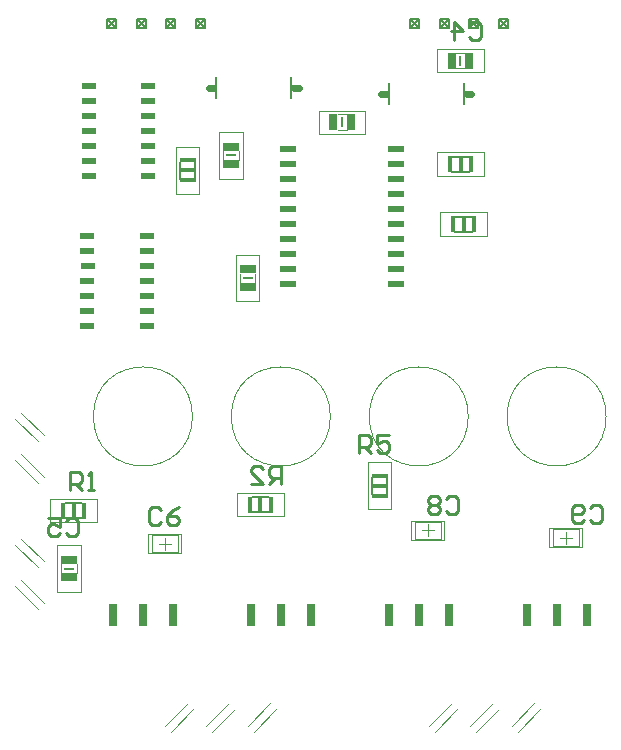
<source format=gbo>
%FSLAX24Y24*%
%MOIN*%
G70*
G01*
G75*
G04 Layer_Color=32896*
%ADD10R,0.0630X0.0520*%
%ADD11R,0.0600X0.0520*%
%ADD12R,0.0800X0.0260*%
%ADD13R,0.0520X0.0630*%
%ADD14R,0.0520X0.0600*%
%ADD15C,0.0350*%
%ADD16C,0.0600*%
%ADD17C,0.0700*%
%ADD18R,0.0079X0.0318*%
%ADD19R,0.0476X0.0159*%
%ADD20R,0.0318X0.0079*%
%ADD21R,0.0159X0.0476*%
%ADD22R,0.0079X0.0318*%
%ADD23C,0.0000*%
%ADD24C,0.0039*%
%ADD25C,0.0040*%
%ADD26C,0.0060*%
%ADD27C,0.0240*%
%ADD28R,0.0295X0.0575*%
%ADD29R,0.0300X0.0575*%
%ADD30R,0.0560X0.0140*%
%ADD31R,0.0575X0.0295*%
%ADD32R,0.0575X0.0300*%
%ADD33R,0.0300X0.0750*%
%ADD34R,0.0140X0.0560*%
%ADD35R,0.0580X0.0200*%
%ADD36R,0.0100X0.0240*%
%ADD37R,0.0450X0.0200*%
%ADD38C,0.0020*%
%ADD39R,0.1500X0.1500*%
%ADD40O,0.0600X0.1200*%
%ADD41C,0.0670*%
%ADD42O,0.0660X0.1320*%
%ADD43C,0.1300*%
G04:AMPARAMS|DCode=44|XSize=48mil|YSize=48mil|CornerRadius=0mil|HoleSize=0mil|Usage=FLASHONLY|Rotation=180.000|XOffset=0mil|YOffset=0mil|HoleType=Round|Shape=Octagon|*
%AMOCTAGOND44*
4,1,8,-0.0240,0.0120,-0.0240,-0.0120,-0.0120,-0.0240,0.0120,-0.0240,0.0240,-0.0120,0.0240,0.0120,0.0120,0.0240,-0.0120,0.0240,-0.0240,0.0120,0.0*
%
%ADD44OCTAGOND44*%

%ADD45C,0.0500*%
%ADD46R,0.0433X0.0551*%
%ADD47C,0.0650*%
%ADD48C,0.0100*%
%ADD49C,0.0034*%
%ADD50R,0.0300X0.0250*%
%ADD51R,0.0500X0.1100*%
%ADD52R,0.0050X0.0200*%
%ADD53R,0.0710X0.0600*%
%ADD54R,0.0680X0.0600*%
%ADD55R,0.0880X0.0340*%
%ADD56R,0.0600X0.0710*%
%ADD57R,0.0600X0.0680*%
%ADD58R,0.1580X0.1580*%
%ADD59O,0.0680X0.1280*%
%ADD60C,0.0750*%
%ADD61O,0.0740X0.1400*%
%ADD62C,0.1380*%
G04:AMPARAMS|DCode=63|XSize=56mil|YSize=56mil|CornerRadius=0mil|HoleSize=0mil|Usage=FLASHONLY|Rotation=180.000|XOffset=0mil|YOffset=0mil|HoleType=Round|Shape=Octagon|*
%AMOCTAGOND63*
4,1,8,-0.0280,0.0140,-0.0280,-0.0140,-0.0140,-0.0280,0.0140,-0.0280,0.0280,-0.0140,0.0280,0.0140,0.0140,0.0280,-0.0140,0.0280,-0.0280,0.0140,0.0*
%
%ADD63OCTAGOND63*%

%ADD64C,0.0580*%
%ADD65R,0.0513X0.0631*%
D18*
X16235Y24099D02*
D03*
D19*
X7152Y20449D02*
D03*
X13548Y9929D02*
D03*
D20*
X8601Y20940D02*
D03*
X3201Y7160D02*
D03*
X9149Y16850D02*
D03*
D21*
X9579Y9302D02*
D03*
X3349Y9102D02*
D03*
X16351Y18652D02*
D03*
X16251Y20652D02*
D03*
D22*
X12300Y22049D02*
D03*
D23*
X21100Y12239D02*
G03*
X21100Y12239I-1650J0D01*
G01*
X16504D02*
G03*
X16504Y12239I-1650J0D01*
G01*
X11907D02*
G03*
X11907Y12239I-1650J0D01*
G01*
X7311D02*
G03*
X7311Y12239I-1650J0D01*
G01*
X21100D02*
G03*
X21100Y12239I-1650J0D01*
G01*
X16504D02*
G03*
X16504Y12239I-1650J0D01*
G01*
X11907D02*
G03*
X11907Y12239I-1650J0D01*
G01*
X7311D02*
G03*
X7311Y12239I-1650J0D01*
G01*
D24*
X6828Y7715D02*
Y8285D01*
X5962Y7715D02*
Y8285D01*
X6828D01*
X5962Y7715D02*
X6828D01*
X14717Y8165D02*
Y8735D01*
X15583Y8165D02*
Y8735D01*
X14717Y8165D02*
X15583D01*
X14717Y8735D02*
X15583D01*
X19317Y7915D02*
Y8485D01*
X20183Y7915D02*
Y8485D01*
X19317Y7915D02*
X20183D01*
X19317Y8485D02*
X20183D01*
X6946Y7685D02*
Y8315D01*
X5844Y7685D02*
Y8315D01*
X6946D01*
X5844Y7685D02*
X6946D01*
X6198Y8000D02*
X6592D01*
X6395Y7803D02*
Y8197D01*
X14599Y8135D02*
Y8765D01*
X15701Y8135D02*
Y8765D01*
X14599Y8135D02*
X15701D01*
X14599Y8765D02*
X15701D01*
X14953Y8450D02*
X15347D01*
X15150Y8253D02*
Y8647D01*
X19199Y7885D02*
Y8515D01*
X20301Y7885D02*
Y8515D01*
X19199Y7885D02*
X20301D01*
X19199Y8515D02*
X20301D01*
X19553Y8200D02*
X19947D01*
X19750Y8003D02*
Y8397D01*
D25*
X16085Y23840D02*
X16385D01*
X16094Y24360D02*
X16385D01*
X8860Y20790D02*
Y21090D01*
X8340Y20790D02*
Y21080D01*
X1410Y6591D02*
X2169Y5836D01*
X1610Y6783D02*
X2364Y6031D01*
X1410Y7970D02*
X2169Y7220D01*
X1610Y8170D02*
X2364Y7410D01*
X1410Y10791D02*
X2169Y10036D01*
X1610Y10983D02*
X2364Y10231D01*
X1410Y12170D02*
X2169Y11420D01*
X1610Y12370D02*
X2364Y11610D01*
X15197Y1931D02*
X15952Y2690D01*
X15392Y1736D02*
X16144Y2490D01*
X16575Y1931D02*
X17330Y2690D01*
X16770Y1736D02*
X17530Y2490D01*
X17960Y1931D02*
X18710Y2690D01*
X18150Y1736D02*
X18910Y2490D01*
X6397Y1931D02*
X7152Y2690D01*
X6592Y1736D02*
X7344Y2490D01*
X7775Y1931D02*
X8530Y2690D01*
X7970Y1736D02*
X8730Y2490D01*
X9160Y1931D02*
X9910Y2690D01*
X9350Y1736D02*
X10110Y2490D01*
X3460Y7010D02*
Y7310D01*
X2940Y7020D02*
Y7310D01*
X8890Y16700D02*
Y17000D01*
X9410Y16710D02*
Y17000D01*
X12150Y21790D02*
X12450D01*
X12150Y22310D02*
X12440D01*
D26*
X6441Y25500D02*
X6741D01*
X6441Y25200D02*
Y25500D01*
Y25200D02*
X6741D01*
Y25500D01*
X6441D02*
X6741Y25200D01*
X6441D02*
X6741Y25500D01*
X7431Y25200D02*
Y25500D01*
Y25200D02*
X7732D01*
Y25500D01*
X7431D02*
X7732D01*
X7431Y25200D02*
X7732Y25500D01*
X7431D02*
X7732Y25200D01*
X4778D02*
Y25500D01*
X4478Y25200D02*
X4778D01*
X4478D02*
Y25500D01*
X4778Y25200D01*
X4478D02*
X4778Y25500D01*
X4478D02*
X4778D01*
X5758Y25200D02*
Y25500D01*
X5458Y25200D02*
X5758D01*
X5458D02*
Y25500D01*
X5758Y25200D01*
X5458D02*
X5758Y25500D01*
X5458D02*
X5758D01*
X7400Y20170D02*
Y20730D01*
X6900Y20170D02*
Y20730D01*
X16533Y25500D02*
X16833D01*
X16533Y25200D02*
Y25500D01*
Y25200D02*
X16833D01*
Y25500D01*
X16533D02*
X16833Y25200D01*
X16533D02*
X16833Y25500D01*
X17524Y25200D02*
Y25500D01*
Y25200D02*
X17824D01*
Y25500D01*
X17524D02*
X17824D01*
X17524Y25200D02*
X17824Y25500D01*
X17524D02*
X17824Y25200D01*
X14870D02*
Y25500D01*
X14570Y25200D02*
X14870D01*
X14570D02*
Y25500D01*
X14870Y25200D01*
X14570D02*
X14870Y25500D01*
X14570D02*
X14870D01*
X15850Y25200D02*
Y25500D01*
X15550Y25200D02*
X15850D01*
X15550D02*
Y25500D01*
X15850Y25200D01*
X15550D02*
X15850Y25500D01*
X15550D02*
X15850D01*
X9300Y9550D02*
X9860D01*
X9300Y9050D02*
X9860D01*
X3070Y9350D02*
X3630D01*
X3070Y8850D02*
X3630D01*
X13300Y9650D02*
Y10210D01*
X13800Y9650D02*
Y10210D01*
X16070Y18900D02*
X16630D01*
X16070Y18400D02*
X16630D01*
X15970Y20900D02*
X16530D01*
X15970Y20400D02*
X16530D01*
X16350Y22650D02*
Y23350D01*
X13850Y22650D02*
Y23350D01*
X10600Y22850D02*
Y23550D01*
X8100Y22850D02*
Y23550D01*
D27*
X16450Y23000D02*
X16600D01*
X13600D02*
X13750D01*
X10700Y23200D02*
X10850D01*
X7850D02*
X8000D01*
D28*
X15952Y24097D02*
D03*
X12582Y22048D02*
D03*
D29*
X16525Y24097D02*
D03*
X12010Y22048D02*
D03*
D30*
X7150Y20790D02*
D03*
Y20110D02*
D03*
X13550Y10270D02*
D03*
Y9590D02*
D03*
D31*
X8602Y21222D02*
D03*
X3203Y6878D02*
D03*
X9147Y16568D02*
D03*
D32*
X8602Y20650D02*
D03*
X3203Y7450D02*
D03*
X9147Y17140D02*
D03*
D33*
X18450Y5614D02*
D03*
X19450D02*
D03*
X20450D02*
D03*
X13854D02*
D03*
X14854D02*
D03*
X15854D02*
D03*
X9257D02*
D03*
X10257D02*
D03*
X11257D02*
D03*
X4661D02*
D03*
X5661D02*
D03*
X6661D02*
D03*
D34*
X9920Y9300D02*
D03*
X9240D02*
D03*
X3690Y9100D02*
D03*
X3010D02*
D03*
X16010Y18650D02*
D03*
X16690D02*
D03*
X15910Y20650D02*
D03*
X16590D02*
D03*
D35*
X10490Y21150D02*
D03*
Y20650D02*
D03*
Y20150D02*
D03*
Y19650D02*
D03*
Y19150D02*
D03*
Y18650D02*
D03*
Y18150D02*
D03*
Y17650D02*
D03*
X14110Y21150D02*
D03*
Y20650D02*
D03*
Y20150D02*
D03*
Y19650D02*
D03*
Y19150D02*
D03*
Y18650D02*
D03*
Y18150D02*
D03*
Y17650D02*
D03*
Y17150D02*
D03*
Y16650D02*
D03*
X10490Y17150D02*
D03*
Y16650D02*
D03*
D36*
X16400Y23000D02*
D03*
X13800D02*
D03*
X10650Y23200D02*
D03*
X8050D02*
D03*
D37*
X5845Y21750D02*
D03*
X3855Y23250D02*
D03*
Y22750D02*
D03*
X3865Y22250D02*
D03*
X3855Y21750D02*
D03*
X5845Y22250D02*
D03*
Y22750D02*
D03*
Y23250D02*
D03*
Y21250D02*
D03*
Y20750D02*
D03*
Y20250D02*
D03*
X3855Y21250D02*
D03*
Y20750D02*
D03*
Y20250D02*
D03*
X5795Y16750D02*
D03*
X3805Y18250D02*
D03*
Y17750D02*
D03*
X3815Y17250D02*
D03*
X3805Y16750D02*
D03*
X5795Y17250D02*
D03*
Y17750D02*
D03*
Y18250D02*
D03*
Y16250D02*
D03*
Y15750D02*
D03*
Y15250D02*
D03*
X3805Y16250D02*
D03*
Y15750D02*
D03*
Y15250D02*
D03*
D38*
X15458Y23710D02*
X17015D01*
X15458Y24487D02*
X17015D01*
X15458Y23710D02*
Y24487D01*
X17015Y23710D02*
Y24487D01*
X7540Y19670D02*
Y21227D01*
X6763Y19670D02*
Y21227D01*
X7540D01*
X6763Y19670D02*
X7540D01*
X8990Y20160D02*
Y21717D01*
X8213Y20160D02*
Y21717D01*
X8990D01*
X8213Y20160D02*
X8990D01*
X8800Y9690D02*
X10357D01*
X8800Y8913D02*
X10357D01*
Y9690D01*
X8800Y8913D02*
Y9690D01*
X3590Y6383D02*
Y7940D01*
X2813Y6383D02*
Y7940D01*
Y6383D02*
X3590D01*
X2813Y7940D02*
X3590D01*
X2570Y9490D02*
X4127D01*
X2570Y8713D02*
X4127D01*
Y9490D01*
X2570Y8713D02*
Y9490D01*
X13160Y9150D02*
Y10707D01*
X13937Y9150D02*
Y10707D01*
X13160D02*
X13937D01*
X13160Y9150D02*
X13937D01*
X8760Y16073D02*
Y17630D01*
X9537Y16073D02*
Y17630D01*
X8760Y16073D02*
X9537D01*
X8760Y17630D02*
X9537D01*
X15573Y19040D02*
X17130D01*
X15573Y18263D02*
X17130D01*
X15573D02*
Y19040D01*
X17130Y18263D02*
Y19040D01*
X15473Y21040D02*
X17030D01*
X15473Y20263D02*
X17030D01*
X15473D02*
Y21040D01*
X17030Y20263D02*
Y21040D01*
X11520Y21660D02*
X13077D01*
X11520Y22437D02*
X13077D01*
Y21660D02*
Y22437D01*
X11520Y21660D02*
Y22437D01*
D48*
X16520Y25300D02*
X16620Y25400D01*
X16820D01*
X16920Y25300D01*
Y24900D01*
X16820Y24800D01*
X16620D01*
X16520Y24900D01*
X16020Y24800D02*
Y25400D01*
X16320Y25100D01*
X15920D01*
X3100Y8750D02*
X3200Y8850D01*
X3400D01*
X3500Y8750D01*
Y8350D01*
X3400Y8250D01*
X3200D01*
X3100Y8350D01*
X2500Y8850D02*
X2900D01*
Y8550D01*
X2700Y8650D01*
X2600D01*
X2500Y8550D01*
Y8350D01*
X2600Y8250D01*
X2800D01*
X2900Y8350D01*
X3240Y9800D02*
Y10400D01*
X3540D01*
X3640Y10300D01*
Y10100D01*
X3540Y10000D01*
X3240D01*
X3440D02*
X3640Y9800D01*
X3840D02*
X4040D01*
X3940D01*
Y10400D01*
X3840Y10300D01*
X10267Y10000D02*
Y10600D01*
X9967D01*
X9867Y10500D01*
Y10300D01*
X9967Y10200D01*
X10267D01*
X10067D02*
X9867Y10000D01*
X9267D02*
X9667D01*
X9267Y10400D01*
Y10500D01*
X9367Y10600D01*
X9567D01*
X9667Y10500D01*
X12850Y11020D02*
Y11620D01*
X13150D01*
X13250Y11520D01*
Y11320D01*
X13150Y11220D01*
X12850D01*
X13050D02*
X13250Y11020D01*
X13850Y11620D02*
X13450D01*
Y11320D01*
X13650Y11420D01*
X13750D01*
X13850Y11320D01*
Y11120D01*
X13750Y11020D01*
X13550D01*
X13450Y11120D01*
X6270Y9130D02*
X6170Y9230D01*
X5970D01*
X5870Y9130D01*
Y8730D01*
X5970Y8630D01*
X6170D01*
X6270Y8730D01*
X6870Y9230D02*
X6670Y9130D01*
X6470Y8930D01*
Y8730D01*
X6570Y8630D01*
X6770D01*
X6870Y8730D01*
Y8830D01*
X6770Y8930D01*
X6470D01*
X15750Y9500D02*
X15850Y9600D01*
X16050D01*
X16150Y9500D01*
Y9100D01*
X16050Y9000D01*
X15850D01*
X15750Y9100D01*
X15550Y9500D02*
X15450Y9600D01*
X15250D01*
X15150Y9500D01*
Y9400D01*
X15250Y9300D01*
X15150Y9200D01*
Y9100D01*
X15250Y9000D01*
X15450D01*
X15550Y9100D01*
Y9200D01*
X15450Y9300D01*
X15550Y9400D01*
Y9500D01*
X15450Y9300D02*
X15250D01*
X20550Y9200D02*
X20650Y9300D01*
X20850D01*
X20950Y9200D01*
Y8800D01*
X20850Y8700D01*
X20650D01*
X20550Y8800D01*
X20350D02*
X20250Y8700D01*
X20050D01*
X19950Y8800D01*
Y9200D01*
X20050Y9300D01*
X20250D01*
X20350Y9200D01*
Y9100D01*
X20250Y9000D01*
X19950D01*
M02*

</source>
